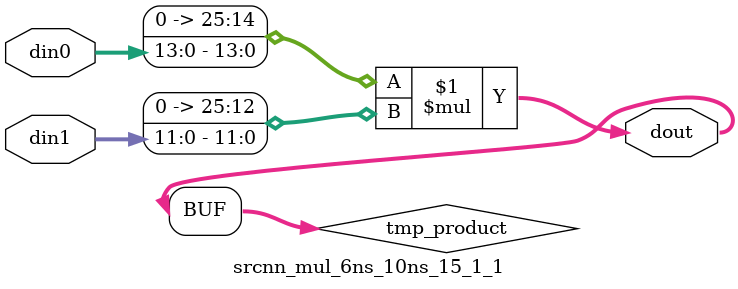
<source format=v>

`timescale 1 ns / 1 ps

  module srcnn_mul_6ns_10ns_15_1_1(din0, din1, dout);
parameter ID = 1;
parameter NUM_STAGE = 0;
parameter din0_WIDTH = 14;
parameter din1_WIDTH = 12;
parameter dout_WIDTH = 26;

input [din0_WIDTH - 1 : 0] din0; 
input [din1_WIDTH - 1 : 0] din1; 
output [dout_WIDTH - 1 : 0] dout;

wire signed [dout_WIDTH - 1 : 0] tmp_product;










assign tmp_product = $signed({1'b0, din0}) * $signed({1'b0, din1});











assign dout = tmp_product;







endmodule

</source>
